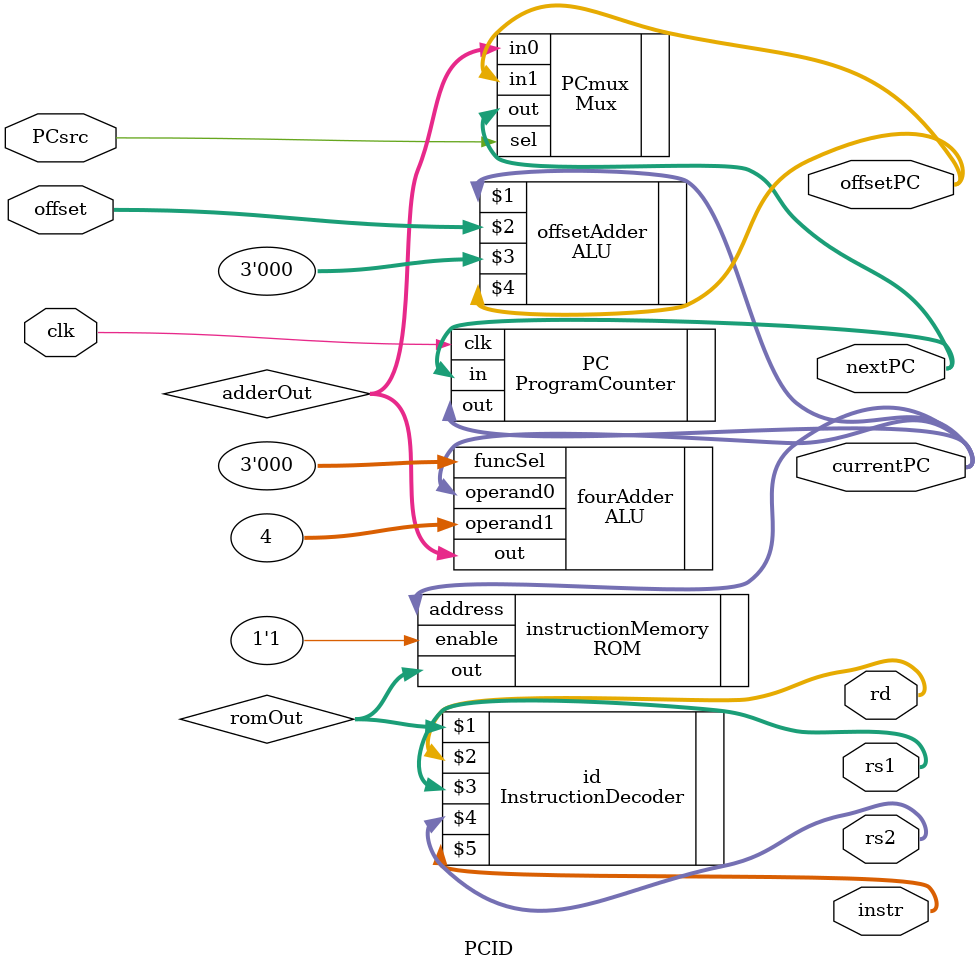
<source format=v>
module PCID(PCsrc, offset, clk, rd, rs1, rs2, instr, currentPC, nextPC, offsetPC);

	input PCsrc;
	input [31:0] offset;
	input clk;
	output [4:0] rd;
	output [4:0] rs1;
	output [4:0] rs2;
	output [31:0] instr;
	
	// test outputs
	output [31:0] currentPC, nextPC, offsetPC;
	
	wire [31:0] adderOut;
	wire [31:0] nextPC;
	wire [31:0] currentPC;
	wire [31:0] romOut;
	wire [31:0] offsetPC;
	
	
	ProgramCounter PC(.in(nextPC), .clk(clk), .out(currentPC));
	
	ROM instructionMemory(.address(currentPC), .out(romOut), .enable(1'b1));
	
	InstructionDecoder id(romOut, rd, rs1, rs2, instr);
	
	ALU fourAdder(.operand0(currentPC), .operand1(32'd4), .funcSel(3'b000), .out(adderOut));
	
	ALU offsetAdder(currentPC, offset, 3'b000, offsetPC);
	
	Mux PCmux(.in0(adderOut), .in1(offsetPC), .sel(PCsrc), .out(nextPC));

endmodule

</source>
